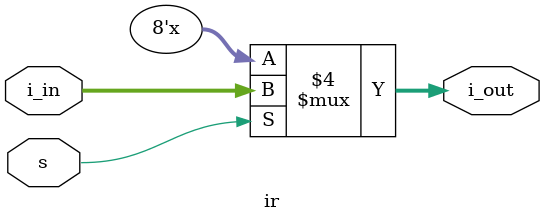
<source format=v>

`timescale 1ns / 1ps
module ir(
	input s,							// set
	input [7:0] i_in,					// instruction in
	output reg [7:0] i_out = 8'h00		// instruction out
	);
	
	always @(*)
		if(s == 1'b1)
			i_out <= i_in;
	
endmodule
</source>
